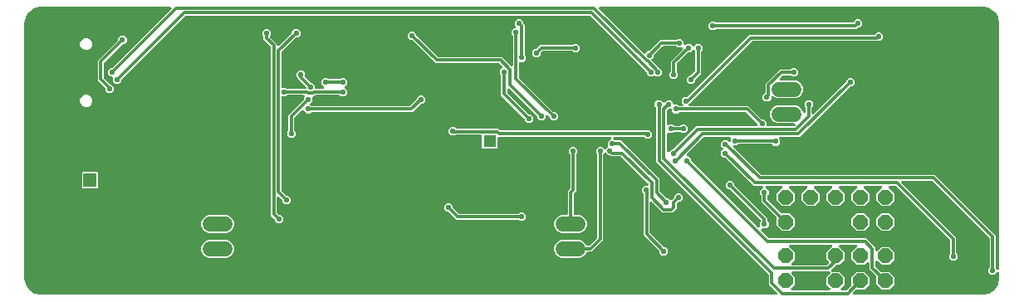
<source format=gbr>
G04 EAGLE Gerber RS-274X export*
G75*
%MOMM*%
%FSLAX34Y34*%
%LPD*%
%INBottom Copper*%
%IPPOS*%
%AMOC8*
5,1,8,0,0,1.08239X$1,22.5*%
G01*
G04 Define Apertures*
%ADD10P,1.64956X8X22.5*%
%ADD11C,1.300000*%
%ADD12R,1.300000X1.300000*%
%ADD13C,1.625000*%
%ADD14C,1.524000*%
%ADD15R,1.350000X1.350000*%
%ADD16C,1.350000*%
%ADD17C,0.550000*%
%ADD18C,0.304800*%
G36*
X769605Y3121D02*
X769010Y3000D01*
X20000Y3000D01*
X19703Y3029D01*
X13780Y4207D01*
X13231Y4435D01*
X8210Y7790D01*
X7790Y8210D01*
X4435Y13231D01*
X4207Y13780D01*
X3029Y19703D01*
X3000Y20000D01*
X3000Y280000D01*
X3029Y280297D01*
X4207Y286220D01*
X4435Y286769D01*
X7790Y291790D01*
X8210Y292210D01*
X13231Y295565D01*
X13780Y295793D01*
X19703Y296971D01*
X20000Y297000D01*
X151510Y297000D01*
X152037Y296906D01*
X152553Y296587D01*
X152904Y296093D01*
X153034Y295500D01*
X152923Y294904D01*
X152588Y294398D01*
X92910Y234720D01*
X92427Y234395D01*
X91832Y234274D01*
X90730Y234274D01*
X88226Y231770D01*
X88226Y228230D01*
X90730Y225726D01*
X91702Y225726D01*
X92251Y225624D01*
X92762Y225297D01*
X93105Y224796D01*
X93226Y224202D01*
X93226Y220730D01*
X95730Y218226D01*
X99270Y218226D01*
X101774Y220730D01*
X101774Y221832D01*
X101885Y222404D01*
X102220Y222910D01*
X166720Y287410D01*
X167203Y287735D01*
X167798Y287856D01*
X579010Y287856D01*
X579582Y287745D01*
X580088Y287410D01*
X637088Y230410D01*
X637413Y229927D01*
X637534Y229332D01*
X637534Y228230D01*
X640038Y225726D01*
X643578Y225726D01*
X644242Y226390D01*
X644703Y226706D01*
X645296Y226836D01*
X645892Y226725D01*
X646398Y226390D01*
X647062Y225726D01*
X650602Y225726D01*
X653106Y228230D01*
X653106Y231770D01*
X650585Y234292D01*
X650103Y234385D01*
X649598Y234720D01*
X642509Y241809D01*
X642193Y242270D01*
X642063Y242863D01*
X642174Y243459D01*
X642509Y243965D01*
X644274Y245730D01*
X644274Y246832D01*
X644385Y247404D01*
X644720Y247910D01*
X653316Y256506D01*
X653799Y256831D01*
X654394Y256952D01*
X666872Y256952D01*
X667444Y256841D01*
X667950Y256506D01*
X668730Y255726D01*
X672736Y255726D01*
X673263Y255632D01*
X673779Y255313D01*
X674130Y254819D01*
X674260Y254226D01*
X674149Y253630D01*
X673814Y253124D01*
X661952Y241263D01*
X661952Y231128D01*
X661841Y230556D01*
X661506Y230050D01*
X660726Y229270D01*
X660726Y225730D01*
X663230Y223226D01*
X666770Y223226D01*
X669274Y225730D01*
X669274Y229270D01*
X668494Y230050D01*
X668169Y230533D01*
X668048Y231128D01*
X668048Y238106D01*
X668159Y238678D01*
X668494Y239184D01*
X679590Y250280D01*
X680073Y250605D01*
X680668Y250726D01*
X681770Y250726D01*
X683922Y252878D01*
X684383Y253194D01*
X684976Y253324D01*
X685572Y253213D01*
X686078Y252878D01*
X686506Y252450D01*
X686831Y251967D01*
X686952Y251372D01*
X686952Y231894D01*
X686841Y231322D01*
X686506Y230816D01*
X682910Y227220D01*
X682427Y226895D01*
X681832Y226774D01*
X680730Y226774D01*
X678226Y224270D01*
X678226Y220730D01*
X680730Y218226D01*
X684270Y218226D01*
X686774Y220730D01*
X686774Y221832D01*
X686885Y222404D01*
X687220Y222910D01*
X693048Y228737D01*
X693048Y251372D01*
X693159Y251944D01*
X693494Y252450D01*
X694274Y253230D01*
X694274Y256770D01*
X691770Y259274D01*
X688230Y259274D01*
X686078Y257122D01*
X685617Y256806D01*
X685024Y256676D01*
X684428Y256787D01*
X683922Y257122D01*
X681770Y259274D01*
X678230Y259274D01*
X677376Y258420D01*
X676937Y258114D01*
X676347Y257974D01*
X675749Y258076D01*
X675238Y258403D01*
X674895Y258903D01*
X674774Y259498D01*
X674774Y261770D01*
X672270Y264274D01*
X668730Y264274D01*
X667950Y263494D01*
X667467Y263169D01*
X666872Y263048D01*
X651237Y263048D01*
X640410Y252220D01*
X639927Y251895D01*
X639332Y251774D01*
X638230Y251774D01*
X636111Y249655D01*
X635650Y249339D01*
X635058Y249209D01*
X634461Y249320D01*
X633956Y249655D01*
X589213Y294398D01*
X588907Y294837D01*
X588767Y295427D01*
X588869Y296025D01*
X589196Y296536D01*
X589696Y296879D01*
X590290Y297000D01*
X980000Y297000D01*
X980297Y296971D01*
X986220Y295793D01*
X986769Y295565D01*
X991790Y292210D01*
X992210Y291790D01*
X995565Y286769D01*
X995793Y286220D01*
X996971Y280297D01*
X997000Y280000D01*
X997000Y30224D01*
X996906Y29697D01*
X996587Y29181D01*
X996093Y28830D01*
X995500Y28700D01*
X994904Y28811D01*
X994398Y29146D01*
X993494Y30050D01*
X993169Y30533D01*
X993048Y31128D01*
X993048Y63763D01*
X931263Y125548D01*
X754394Y125548D01*
X753822Y125659D01*
X753316Y125994D01*
X726186Y153124D01*
X725880Y153563D01*
X725741Y154153D01*
X725842Y154751D01*
X726169Y155262D01*
X726669Y155605D01*
X727264Y155726D01*
X729270Y155726D01*
X730050Y156506D01*
X730533Y156831D01*
X731128Y156952D01*
X764872Y156952D01*
X765444Y156841D01*
X765950Y156506D01*
X767230Y155226D01*
X770770Y155226D01*
X773274Y157730D01*
X773274Y161270D01*
X773064Y161480D01*
X772758Y161919D01*
X772618Y162509D01*
X772720Y163107D01*
X773047Y163618D01*
X773547Y163961D01*
X774142Y164082D01*
X793393Y164082D01*
X844590Y215280D01*
X845073Y215605D01*
X845668Y215726D01*
X846770Y215726D01*
X849274Y218230D01*
X849274Y221770D01*
X846770Y224274D01*
X843230Y224274D01*
X840726Y221770D01*
X840726Y220668D01*
X840615Y220096D01*
X840280Y219590D01*
X808150Y187460D01*
X807711Y187154D01*
X807121Y187015D01*
X806523Y187116D01*
X806012Y187443D01*
X805669Y187943D01*
X805548Y188538D01*
X805548Y193872D01*
X805659Y194444D01*
X805994Y194950D01*
X806774Y195730D01*
X806774Y199270D01*
X804270Y201774D01*
X800730Y201774D01*
X798226Y199270D01*
X798226Y195730D01*
X799006Y194950D01*
X799331Y194467D01*
X799452Y193872D01*
X799452Y190291D01*
X799362Y189776D01*
X799048Y189257D01*
X798556Y188902D01*
X797964Y188768D01*
X797367Y188874D01*
X796859Y189205D01*
X796520Y189708D01*
X795372Y192480D01*
X792800Y195052D01*
X789439Y196444D01*
X770561Y196444D01*
X767200Y195052D01*
X764628Y192480D01*
X763236Y189119D01*
X763236Y185481D01*
X764628Y182120D01*
X767200Y179548D01*
X770561Y178156D01*
X787666Y178156D01*
X788193Y178062D01*
X788709Y177743D01*
X789060Y177249D01*
X789190Y176656D01*
X789079Y176060D01*
X788744Y175554D01*
X788386Y175196D01*
X787903Y174871D01*
X787308Y174750D01*
X760798Y174750D01*
X760249Y174852D01*
X759738Y175179D01*
X759395Y175680D01*
X759274Y176274D01*
X759274Y179270D01*
X756770Y181774D01*
X755668Y181774D01*
X755096Y181885D01*
X754590Y182220D01*
X741263Y195548D01*
X681836Y195548D01*
X681309Y195642D01*
X680793Y195961D01*
X680442Y196455D01*
X680312Y197048D01*
X680423Y197644D01*
X680758Y198150D01*
X744114Y261506D01*
X744597Y261831D01*
X745192Y261952D01*
X873798Y261952D01*
X874173Y262205D01*
X874768Y262326D01*
X875870Y262326D01*
X878374Y264830D01*
X878374Y268370D01*
X875870Y270874D01*
X872330Y270874D01*
X869950Y268494D01*
X869467Y268169D01*
X868872Y268048D01*
X742035Y268048D01*
X679604Y205617D01*
X679121Y205291D01*
X678527Y205170D01*
X675631Y205170D01*
X673128Y202667D01*
X673128Y199126D01*
X674104Y198150D01*
X674410Y197711D01*
X674550Y197121D01*
X674448Y196523D01*
X674121Y196012D01*
X673621Y195669D01*
X673026Y195548D01*
X671128Y195548D01*
X670556Y195659D01*
X670050Y195994D01*
X669270Y196774D01*
X665798Y196774D01*
X665249Y196876D01*
X664738Y197203D01*
X664395Y197704D01*
X664274Y198298D01*
X664274Y199270D01*
X661770Y201774D01*
X658230Y201774D01*
X656078Y199622D01*
X655617Y199306D01*
X655024Y199176D01*
X654428Y199287D01*
X653922Y199622D01*
X651770Y201774D01*
X648230Y201774D01*
X645726Y199270D01*
X645726Y195730D01*
X646506Y194950D01*
X646831Y194467D01*
X646952Y193872D01*
X646952Y138737D01*
X761506Y24184D01*
X761831Y23701D01*
X761952Y23106D01*
X761952Y13737D01*
X770088Y5602D01*
X770394Y5163D01*
X770533Y4573D01*
X770432Y3975D01*
X770105Y3464D01*
X769605Y3121D01*
G37*
%LPC*%
G36*
X703230Y273226D02*
X706770Y273226D01*
X707550Y274006D01*
X708033Y274331D01*
X708628Y274452D01*
X851263Y274452D01*
X852090Y275280D01*
X852573Y275605D01*
X853168Y275726D01*
X854270Y275726D01*
X856774Y278230D01*
X856774Y281770D01*
X854270Y284274D01*
X850730Y284274D01*
X848157Y281701D01*
X848124Y281523D01*
X847797Y281012D01*
X847296Y280669D01*
X846702Y280548D01*
X708628Y280548D01*
X708056Y280659D01*
X707550Y280994D01*
X706770Y281774D01*
X703230Y281774D01*
X700726Y279270D01*
X700726Y275730D01*
X703230Y273226D01*
G37*
G36*
X515730Y178226D02*
X519270Y178226D01*
X521774Y180730D01*
X521774Y184270D01*
X519270Y186774D01*
X518168Y186774D01*
X517596Y186885D01*
X517090Y187220D01*
X495595Y208715D01*
X495270Y209198D01*
X495149Y209793D01*
X495149Y211861D01*
X495243Y212388D01*
X495562Y212904D01*
X496056Y213255D01*
X496649Y213385D01*
X497245Y213274D01*
X497751Y212939D01*
X525280Y185410D01*
X525605Y184927D01*
X525726Y184332D01*
X525726Y183230D01*
X528230Y180726D01*
X531770Y180726D01*
X534274Y183230D01*
X534274Y185236D01*
X534368Y185763D01*
X534687Y186279D01*
X535181Y186630D01*
X535774Y186760D01*
X536370Y186649D01*
X536876Y186314D01*
X537780Y185410D01*
X538105Y184927D01*
X538226Y184332D01*
X538226Y183230D01*
X540730Y180726D01*
X544270Y180726D01*
X546774Y183230D01*
X546774Y186770D01*
X544270Y189274D01*
X543168Y189274D01*
X542596Y189385D01*
X542090Y189720D01*
X507696Y224114D01*
X507371Y224597D01*
X507250Y225192D01*
X507250Y239202D01*
X507352Y239751D01*
X507679Y240262D01*
X508180Y240605D01*
X508774Y240726D01*
X511770Y240726D01*
X514274Y243230D01*
X514274Y246770D01*
X513494Y247550D01*
X513169Y248033D01*
X513048Y248628D01*
X513048Y278763D01*
X512220Y279590D01*
X511895Y280073D01*
X511774Y280668D01*
X511774Y281770D01*
X509270Y284274D01*
X505730Y284274D01*
X503226Y281770D01*
X503226Y278230D01*
X503782Y277674D01*
X504088Y277235D01*
X504228Y276645D01*
X504126Y276047D01*
X503799Y275536D01*
X503299Y275193D01*
X502704Y275072D01*
X502432Y275072D01*
X499928Y272568D01*
X499928Y269028D01*
X500708Y268248D01*
X501033Y267765D01*
X501154Y267170D01*
X501154Y237681D01*
X501060Y237154D01*
X500741Y236638D01*
X500247Y236287D01*
X499654Y236157D01*
X499058Y236268D01*
X498552Y236603D01*
X489608Y245548D01*
X425199Y245548D01*
X424627Y245659D01*
X424121Y245994D01*
X403025Y267090D01*
X402700Y267573D01*
X402579Y268168D01*
X402579Y269270D01*
X400075Y271774D01*
X396535Y271774D01*
X394031Y269270D01*
X394031Y265730D01*
X396535Y263226D01*
X397637Y263226D01*
X398209Y263115D01*
X398715Y262780D01*
X422042Y239452D01*
X486451Y239452D01*
X487023Y239341D01*
X487529Y239006D01*
X489946Y236589D01*
X490262Y236128D01*
X490392Y235535D01*
X490281Y234939D01*
X489946Y234434D01*
X487827Y232315D01*
X487827Y228774D01*
X488607Y227994D01*
X488932Y227511D01*
X489053Y226917D01*
X489053Y206636D01*
X512780Y182910D01*
X513105Y182427D01*
X513226Y181832D01*
X513226Y180730D01*
X515730Y178226D01*
G37*
G36*
X260730Y75726D02*
X264270Y75726D01*
X266774Y78230D01*
X266774Y81770D01*
X264270Y84274D01*
X263168Y84274D01*
X262596Y84385D01*
X262090Y84720D01*
X260624Y86186D01*
X260299Y86669D01*
X260178Y87264D01*
X260178Y101832D01*
X260272Y102359D01*
X260591Y102875D01*
X261085Y103226D01*
X261678Y103356D01*
X262274Y103245D01*
X262780Y102910D01*
X265280Y100410D01*
X265605Y99927D01*
X265726Y99332D01*
X265726Y98230D01*
X268230Y95726D01*
X271770Y95726D01*
X274274Y98230D01*
X274274Y101770D01*
X271770Y104274D01*
X270668Y104274D01*
X270096Y104385D01*
X269590Y104720D01*
X265196Y109114D01*
X264871Y109597D01*
X264750Y110192D01*
X264750Y204202D01*
X264852Y204751D01*
X265179Y205262D01*
X265680Y205605D01*
X266274Y205726D01*
X269270Y205726D01*
X270050Y206506D01*
X270533Y206831D01*
X271128Y206952D01*
X287228Y206952D01*
X287755Y206858D01*
X288271Y206539D01*
X288622Y206045D01*
X288752Y205452D01*
X288641Y204856D01*
X288306Y204350D01*
X288226Y204270D01*
X288226Y203168D01*
X288115Y202596D01*
X287780Y202090D01*
X271952Y186263D01*
X271952Y171128D01*
X271841Y170556D01*
X271506Y170050D01*
X270726Y169270D01*
X270726Y165730D01*
X273230Y163226D01*
X276770Y163226D01*
X279274Y165730D01*
X279274Y169270D01*
X278494Y170050D01*
X278169Y170533D01*
X278048Y171128D01*
X278048Y183106D01*
X278159Y183678D01*
X278494Y184184D01*
X285624Y191314D01*
X286063Y191620D01*
X286653Y191759D01*
X287251Y191658D01*
X287762Y191331D01*
X288062Y190893D01*
X290730Y188226D01*
X294270Y188226D01*
X295050Y189006D01*
X295533Y189331D01*
X296128Y189452D01*
X398763Y189452D01*
X407090Y197780D01*
X407573Y198105D01*
X408168Y198226D01*
X409270Y198226D01*
X411774Y200730D01*
X411774Y204270D01*
X409270Y206774D01*
X405730Y206774D01*
X403226Y204270D01*
X403226Y203168D01*
X403115Y202596D01*
X402780Y202090D01*
X396684Y195994D01*
X396201Y195669D01*
X395606Y195548D01*
X296128Y195548D01*
X295556Y195659D01*
X295050Y195994D01*
X294622Y196422D01*
X294306Y196883D01*
X294176Y197476D01*
X294287Y198072D01*
X294622Y198578D01*
X296774Y200730D01*
X296774Y204630D01*
X296876Y205179D01*
X297203Y205690D01*
X297704Y206033D01*
X298298Y206154D01*
X298664Y206154D01*
X299016Y206506D01*
X299499Y206831D01*
X300093Y206952D01*
X323872Y206952D01*
X324444Y206841D01*
X324950Y206506D01*
X325730Y205726D01*
X329270Y205726D01*
X331774Y208230D01*
X331774Y211770D01*
X329622Y213922D01*
X329306Y214383D01*
X329176Y214976D01*
X329287Y215572D01*
X329622Y216078D01*
X331774Y218230D01*
X331774Y221770D01*
X329270Y224274D01*
X325730Y224274D01*
X324950Y223494D01*
X324467Y223169D01*
X323872Y223048D01*
X313628Y223048D01*
X313056Y223159D01*
X312550Y223494D01*
X311770Y224274D01*
X308230Y224274D01*
X305726Y221770D01*
X305726Y218230D01*
X308306Y215650D01*
X308612Y215211D01*
X308752Y214621D01*
X308650Y214023D01*
X308323Y213512D01*
X307823Y213169D01*
X307228Y213048D01*
X300798Y213048D01*
X300249Y213150D01*
X299738Y213477D01*
X299395Y213978D01*
X299274Y214572D01*
X299274Y216770D01*
X296770Y219274D01*
X295668Y219274D01*
X295096Y219385D01*
X294590Y219720D01*
X289720Y224590D01*
X289395Y225073D01*
X289274Y225668D01*
X289274Y229270D01*
X286770Y231774D01*
X283230Y231774D01*
X280726Y229270D01*
X280726Y225730D01*
X281506Y224950D01*
X281831Y224467D01*
X281952Y223872D01*
X281952Y223737D01*
X290040Y215650D01*
X290346Y215211D01*
X290485Y214621D01*
X290384Y214023D01*
X290057Y213512D01*
X289557Y213169D01*
X288962Y213048D01*
X271128Y213048D01*
X270556Y213159D01*
X270050Y213494D01*
X269270Y214274D01*
X266274Y214274D01*
X265725Y214376D01*
X265214Y214703D01*
X264871Y215204D01*
X264750Y215798D01*
X264750Y250043D01*
X264861Y250615D01*
X265196Y251121D01*
X279590Y265515D01*
X280073Y265840D01*
X280668Y265961D01*
X281770Y265961D01*
X284274Y268465D01*
X284274Y272005D01*
X281770Y274509D01*
X278230Y274509D01*
X275726Y272005D01*
X275726Y270903D01*
X275615Y270331D01*
X275280Y269825D01*
X262780Y257325D01*
X262341Y257019D01*
X261751Y256880D01*
X261153Y256981D01*
X260642Y257308D01*
X260299Y257808D01*
X260178Y258403D01*
X260178Y259133D01*
X257946Y261364D01*
X253638Y265673D01*
X253322Y266134D01*
X253191Y266726D01*
X253303Y267323D01*
X253638Y267828D01*
X254274Y268465D01*
X254274Y272005D01*
X251770Y274509D01*
X248230Y274509D01*
X245726Y272005D01*
X245726Y268465D01*
X246506Y267685D01*
X246831Y267202D01*
X246952Y266607D01*
X246952Y263737D01*
X253636Y257054D01*
X253961Y256571D01*
X254082Y255976D01*
X254082Y84107D01*
X257780Y80410D01*
X258105Y79927D01*
X258226Y79332D01*
X258226Y78230D01*
X260730Y75726D01*
G37*
G36*
X88230Y208726D02*
X91770Y208726D01*
X94274Y211230D01*
X94274Y214770D01*
X91770Y217274D01*
X91668Y217274D01*
X91096Y217385D01*
X90590Y217720D01*
X84494Y223816D01*
X84169Y224299D01*
X84048Y224894D01*
X84048Y239106D01*
X84159Y239678D01*
X84494Y240184D01*
X102590Y258280D01*
X103073Y258605D01*
X103668Y258726D01*
X104770Y258726D01*
X107274Y261230D01*
X107274Y264770D01*
X104770Y267274D01*
X101230Y267274D01*
X98726Y264770D01*
X98726Y263668D01*
X98615Y263096D01*
X98280Y262590D01*
X77952Y242263D01*
X77952Y221737D01*
X85280Y214410D01*
X85605Y213927D01*
X85726Y213332D01*
X85726Y211230D01*
X88230Y208726D01*
G37*
G36*
X64787Y252650D02*
X67273Y252650D01*
X69570Y253602D01*
X71328Y255360D01*
X72280Y257657D01*
X72280Y260143D01*
X71328Y262440D01*
X69570Y264198D01*
X67273Y265150D01*
X64787Y265150D01*
X62490Y264198D01*
X60732Y262440D01*
X59780Y260143D01*
X59780Y257657D01*
X60732Y255360D01*
X62490Y253602D01*
X64787Y252650D01*
G37*
G36*
X523230Y245726D02*
X526770Y245726D01*
X529274Y248230D01*
X529274Y249332D01*
X529385Y249904D01*
X529720Y250410D01*
X530816Y251506D01*
X531299Y251831D01*
X531894Y251952D01*
X561372Y251952D01*
X561944Y251841D01*
X562450Y251506D01*
X563230Y250726D01*
X566770Y250726D01*
X569274Y253230D01*
X569274Y256770D01*
X566770Y259274D01*
X563230Y259274D01*
X562450Y258494D01*
X561967Y258169D01*
X561372Y258048D01*
X528737Y258048D01*
X525410Y254720D01*
X524927Y254395D01*
X524332Y254274D01*
X523230Y254274D01*
X520726Y251770D01*
X520726Y248230D01*
X523230Y245726D01*
G37*
G36*
X758230Y200726D02*
X761770Y200726D01*
X764274Y203230D01*
X764274Y204195D01*
X764368Y204722D01*
X764687Y205238D01*
X765181Y205589D01*
X765774Y205719D01*
X766370Y205608D01*
X766876Y205273D01*
X767200Y204948D01*
X770561Y203556D01*
X789439Y203556D01*
X792800Y204948D01*
X795372Y207520D01*
X796764Y210881D01*
X796764Y214519D01*
X795372Y217880D01*
X792800Y220452D01*
X789439Y221844D01*
X774427Y221844D01*
X773900Y221938D01*
X773384Y222257D01*
X773033Y222751D01*
X772903Y223344D01*
X773014Y223940D01*
X773349Y224446D01*
X775409Y226506D01*
X775893Y226831D01*
X776487Y226952D01*
X783872Y226952D01*
X784444Y226841D01*
X784950Y226506D01*
X785730Y225726D01*
X789270Y225726D01*
X791774Y228230D01*
X791774Y231770D01*
X789270Y234274D01*
X785730Y234274D01*
X784950Y233494D01*
X784467Y233169D01*
X783872Y233048D01*
X773331Y233048D01*
X758664Y218381D01*
X758664Y210340D01*
X758553Y209768D01*
X758218Y209262D01*
X755726Y206770D01*
X755726Y203230D01*
X758230Y200726D01*
G37*
G36*
X64787Y194850D02*
X67273Y194850D01*
X69570Y195802D01*
X71328Y197560D01*
X72280Y199857D01*
X72280Y202343D01*
X71328Y204640D01*
X69570Y206398D01*
X67273Y207350D01*
X64787Y207350D01*
X62490Y206398D01*
X60732Y204640D01*
X59780Y202343D01*
X59780Y199857D01*
X60732Y197560D01*
X62490Y195802D01*
X64787Y194850D01*
G37*
G36*
X550561Y40856D02*
X569439Y40856D01*
X572800Y42248D01*
X575372Y44820D01*
X575865Y46011D01*
X576179Y46488D01*
X576679Y46831D01*
X577273Y46952D01*
X581263Y46952D01*
X593048Y58737D01*
X593048Y145872D01*
X593159Y146444D01*
X593494Y146950D01*
X594172Y147628D01*
X594633Y147944D01*
X595226Y148074D01*
X595822Y147963D01*
X596328Y147628D01*
X598230Y145726D01*
X599332Y145726D01*
X599904Y145615D01*
X600410Y145280D01*
X601237Y144452D01*
X610606Y144452D01*
X611178Y144341D01*
X611684Y144006D01*
X638814Y116876D01*
X639120Y116437D01*
X639259Y115847D01*
X639158Y115249D01*
X638831Y114738D01*
X638331Y114395D01*
X637736Y114274D01*
X634932Y114274D01*
X632428Y111770D01*
X632428Y108230D01*
X634006Y106652D01*
X634331Y106169D01*
X634452Y105574D01*
X634452Y63737D01*
X650280Y47910D01*
X650605Y47427D01*
X650726Y46832D01*
X650726Y45730D01*
X653230Y43226D01*
X656770Y43226D01*
X659274Y45730D01*
X659274Y49270D01*
X656770Y51774D01*
X655668Y51774D01*
X655096Y51885D01*
X654590Y52220D01*
X640994Y65816D01*
X640669Y66299D01*
X640548Y66894D01*
X640548Y96462D01*
X640642Y96989D01*
X640961Y97505D01*
X641455Y97856D01*
X642048Y97986D01*
X642644Y97875D01*
X643150Y97540D01*
X653737Y86952D01*
X663763Y86952D01*
X668048Y91237D01*
X668048Y95606D01*
X668159Y96178D01*
X668494Y96684D01*
X669590Y97780D01*
X670073Y98105D01*
X670668Y98226D01*
X671770Y98226D01*
X674274Y100730D01*
X674274Y104270D01*
X671770Y106774D01*
X668230Y106774D01*
X665726Y104270D01*
X665726Y103168D01*
X665615Y102596D01*
X665280Y102090D01*
X663195Y100005D01*
X662734Y99689D01*
X662141Y99559D01*
X661545Y99670D01*
X661039Y100005D01*
X659270Y101774D01*
X658168Y101774D01*
X657596Y101885D01*
X657090Y102220D01*
X650994Y108316D01*
X650669Y108799D01*
X650548Y109394D01*
X650548Y121263D01*
X611263Y160548D01*
X605758Y160548D01*
X605186Y160659D01*
X604680Y160994D01*
X603824Y161850D01*
X603518Y162289D01*
X603378Y162879D01*
X603480Y163477D01*
X603807Y163988D01*
X604307Y164331D01*
X604902Y164452D01*
X633872Y164452D01*
X634444Y164341D01*
X634950Y164006D01*
X636528Y162428D01*
X640068Y162428D01*
X642572Y164932D01*
X642572Y168472D01*
X640068Y170976D01*
X636519Y170976D01*
X636063Y170669D01*
X635468Y170548D01*
X489204Y170548D01*
X488632Y170659D01*
X488127Y170994D01*
X486525Y172596D01*
X444080Y172596D01*
X443508Y172707D01*
X443002Y173042D01*
X441770Y174274D01*
X438230Y174274D01*
X435726Y171770D01*
X435726Y168230D01*
X438230Y165726D01*
X441770Y165726D01*
X442098Y166054D01*
X442581Y166379D01*
X443176Y166500D01*
X467952Y166500D01*
X468501Y166398D01*
X469012Y166071D01*
X469355Y165570D01*
X469476Y164976D01*
X469476Y152869D01*
X470369Y151976D01*
X484631Y151976D01*
X485524Y152869D01*
X485524Y162928D01*
X485626Y163477D01*
X485953Y163988D01*
X486454Y164331D01*
X487048Y164452D01*
X600098Y164452D01*
X600625Y164358D01*
X601141Y164039D01*
X601492Y163545D01*
X601622Y162952D01*
X601511Y162356D01*
X601176Y161850D01*
X598226Y158900D01*
X598226Y154902D01*
X598115Y154330D01*
X597780Y153824D01*
X595828Y151872D01*
X595367Y151556D01*
X594774Y151426D01*
X594178Y151537D01*
X593672Y151872D01*
X591770Y153774D01*
X588230Y153774D01*
X585726Y151270D01*
X585726Y147730D01*
X586506Y146950D01*
X586831Y146467D01*
X586952Y145872D01*
X586952Y61894D01*
X586841Y61322D01*
X586506Y60816D01*
X579184Y53494D01*
X578701Y53169D01*
X578106Y53048D01*
X577273Y53048D01*
X576713Y53155D01*
X576204Y53486D01*
X575865Y53989D01*
X575372Y55180D01*
X572800Y57752D01*
X569439Y59144D01*
X550561Y59144D01*
X547200Y57752D01*
X544628Y55180D01*
X543236Y51819D01*
X543236Y48181D01*
X544628Y44820D01*
X547200Y42248D01*
X550561Y40856D01*
G37*
G36*
X550561Y66256D02*
X569439Y66256D01*
X572800Y67648D01*
X575372Y70220D01*
X576764Y73581D01*
X576764Y77219D01*
X575372Y80580D01*
X572800Y83152D01*
X569439Y84544D01*
X564572Y84544D01*
X564023Y84646D01*
X563512Y84973D01*
X563169Y85474D01*
X563048Y86068D01*
X563048Y105606D01*
X563159Y106178D01*
X563494Y106684D01*
X565548Y108737D01*
X565548Y146372D01*
X565659Y146944D01*
X565994Y147450D01*
X566774Y148230D01*
X566774Y151770D01*
X564270Y154274D01*
X560730Y154274D01*
X558226Y151770D01*
X558226Y148230D01*
X559006Y147450D01*
X559331Y146967D01*
X559452Y146372D01*
X559452Y111894D01*
X559341Y111322D01*
X559006Y110816D01*
X556952Y108763D01*
X556952Y86068D01*
X556850Y85519D01*
X556523Y85008D01*
X556022Y84665D01*
X555428Y84544D01*
X550561Y84544D01*
X547200Y83152D01*
X544628Y80580D01*
X543236Y77219D01*
X543236Y73581D01*
X544628Y70220D01*
X547200Y67648D01*
X550561Y66256D01*
G37*
G36*
X62619Y111726D02*
X77381Y111726D01*
X78274Y112619D01*
X78274Y127381D01*
X77381Y128274D01*
X62619Y128274D01*
X61726Y127381D01*
X61726Y112619D01*
X62619Y111726D01*
G37*
G36*
X508230Y78226D02*
X511770Y78226D01*
X514274Y80730D01*
X514274Y84270D01*
X511770Y86774D01*
X508230Y86774D01*
X507450Y85994D01*
X506967Y85669D01*
X506372Y85548D01*
X446894Y85548D01*
X446322Y85659D01*
X445816Y85994D01*
X439720Y92090D01*
X439395Y92573D01*
X439274Y93168D01*
X439274Y94270D01*
X436770Y96774D01*
X433230Y96774D01*
X430726Y94270D01*
X430726Y90730D01*
X433230Y88226D01*
X434332Y88226D01*
X434904Y88115D01*
X435410Y87780D01*
X443737Y79452D01*
X506372Y79452D01*
X506944Y79341D01*
X507450Y79006D01*
X508230Y78226D01*
G37*
G36*
X190561Y66256D02*
X209439Y66256D01*
X212800Y67648D01*
X215372Y70220D01*
X216764Y73581D01*
X216764Y77219D01*
X215372Y80580D01*
X212800Y83152D01*
X209439Y84544D01*
X190561Y84544D01*
X187200Y83152D01*
X184628Y80580D01*
X183236Y77219D01*
X183236Y73581D01*
X184628Y70220D01*
X187200Y67648D01*
X190561Y66256D01*
G37*
G36*
X190561Y40856D02*
X209439Y40856D01*
X212800Y42248D01*
X215372Y44820D01*
X216764Y48181D01*
X216764Y51819D01*
X215372Y55180D01*
X212800Y57752D01*
X209439Y59144D01*
X190561Y59144D01*
X187200Y57752D01*
X184628Y55180D01*
X183236Y51819D01*
X183236Y48181D01*
X184628Y44820D01*
X187200Y42248D01*
X190561Y40856D01*
G37*
%LPD*%
G36*
X660211Y148888D02*
X659621Y148748D01*
X659023Y148850D01*
X658512Y149177D01*
X658169Y149677D01*
X658048Y150272D01*
X658048Y167228D01*
X658142Y167755D01*
X658461Y168271D01*
X658955Y168622D01*
X659548Y168752D01*
X660144Y168641D01*
X660650Y168306D01*
X660730Y168226D01*
X664270Y168226D01*
X665050Y169006D01*
X665533Y169331D01*
X666128Y169452D01*
X671372Y169452D01*
X671944Y169341D01*
X672450Y169006D01*
X673230Y168226D01*
X676770Y168226D01*
X679274Y170730D01*
X679274Y174270D01*
X676770Y176774D01*
X673230Y176774D01*
X672450Y175994D01*
X671967Y175669D01*
X671372Y175548D01*
X666128Y175548D01*
X665556Y175659D01*
X665050Y175994D01*
X664270Y176774D01*
X660730Y176774D01*
X660650Y176694D01*
X660211Y176388D01*
X659621Y176248D01*
X659023Y176350D01*
X658512Y176677D01*
X658169Y177177D01*
X658048Y177772D01*
X658048Y190606D01*
X658159Y191178D01*
X658494Y191684D01*
X659590Y192780D01*
X660073Y193105D01*
X660668Y193226D01*
X661702Y193226D01*
X662251Y193124D01*
X662762Y192797D01*
X663105Y192296D01*
X663226Y191702D01*
X663226Y190730D01*
X665730Y188226D01*
X669270Y188226D01*
X670050Y189006D01*
X670533Y189331D01*
X671128Y189452D01*
X738106Y189452D01*
X738678Y189341D01*
X739184Y189006D01*
X750280Y177910D01*
X750605Y177427D01*
X750726Y176832D01*
X750726Y176274D01*
X750624Y175725D01*
X750297Y175214D01*
X749796Y174871D01*
X749202Y174750D01*
X687939Y174750D01*
X665410Y152220D01*
X664927Y151895D01*
X664332Y151774D01*
X663230Y151774D01*
X660650Y149194D01*
X660211Y148888D01*
G37*
G36*
X980297Y3029D02*
X980000Y3000D01*
X849090Y3000D01*
X848563Y3094D01*
X848047Y3413D01*
X847696Y3907D01*
X847566Y4500D01*
X847677Y5096D01*
X848012Y5602D01*
X850120Y7710D01*
X850603Y8035D01*
X851198Y8156D01*
X859188Y8156D01*
X864544Y13512D01*
X864544Y21088D01*
X859188Y26444D01*
X851612Y26444D01*
X846256Y21088D01*
X846256Y13098D01*
X846145Y12526D01*
X845810Y12020D01*
X841808Y8018D01*
X841325Y7693D01*
X840730Y7572D01*
X836883Y7572D01*
X836356Y7666D01*
X835840Y7985D01*
X835489Y8479D01*
X835359Y9072D01*
X835470Y9668D01*
X835805Y10174D01*
X839144Y13512D01*
X839144Y21088D01*
X833788Y26444D01*
X826934Y26444D01*
X826407Y26538D01*
X825891Y26857D01*
X825540Y27351D01*
X825410Y27944D01*
X825521Y28540D01*
X825856Y29046D01*
X829920Y33110D01*
X830403Y33435D01*
X830998Y33556D01*
X833788Y33556D01*
X839144Y38912D01*
X839144Y46488D01*
X833781Y51850D01*
X833475Y52289D01*
X833336Y52879D01*
X833437Y53477D01*
X833764Y53988D01*
X834264Y54331D01*
X834859Y54452D01*
X850541Y54452D01*
X851068Y54358D01*
X851584Y54039D01*
X851935Y53545D01*
X852065Y52952D01*
X851954Y52356D01*
X851619Y51850D01*
X846256Y46488D01*
X846256Y38912D01*
X851612Y33556D01*
X859188Y33556D01*
X861850Y36219D01*
X862289Y36525D01*
X862879Y36664D01*
X863477Y36563D01*
X863988Y36236D01*
X864331Y35736D01*
X864452Y35141D01*
X864452Y29337D01*
X871210Y22580D01*
X871535Y22097D01*
X871656Y21502D01*
X871656Y13512D01*
X877012Y8156D01*
X884588Y8156D01*
X889944Y13512D01*
X889944Y21088D01*
X884588Y26444D01*
X876598Y26444D01*
X876026Y26555D01*
X875520Y26890D01*
X870994Y31416D01*
X870669Y31899D01*
X870548Y32494D01*
X870548Y36341D01*
X870642Y36868D01*
X870961Y37384D01*
X871455Y37735D01*
X872048Y37865D01*
X872644Y37754D01*
X873150Y37419D01*
X877012Y33556D01*
X884588Y33556D01*
X889944Y38912D01*
X889944Y46488D01*
X884588Y51844D01*
X877012Y51844D01*
X873150Y47981D01*
X872711Y47675D01*
X872121Y47536D01*
X871523Y47637D01*
X871012Y47964D01*
X870669Y48464D01*
X870548Y49059D01*
X870548Y51263D01*
X861263Y60548D01*
X762692Y60548D01*
X762120Y60659D01*
X761614Y60994D01*
X754484Y68124D01*
X754178Y68563D01*
X754039Y69153D01*
X754140Y69751D01*
X754467Y70262D01*
X754967Y70605D01*
X755562Y70726D01*
X759270Y70726D01*
X761774Y73230D01*
X761774Y76770D01*
X760994Y77550D01*
X760669Y78033D01*
X760548Y78628D01*
X760548Y81263D01*
X727220Y114590D01*
X726895Y115073D01*
X726774Y115668D01*
X726774Y116770D01*
X724270Y119274D01*
X720730Y119274D01*
X718226Y116770D01*
X718226Y113230D01*
X720730Y110726D01*
X721832Y110726D01*
X722404Y110615D01*
X722910Y110280D01*
X753745Y79445D01*
X754061Y78984D01*
X754191Y78391D01*
X754080Y77795D01*
X753745Y77289D01*
X753226Y76770D01*
X753226Y73062D01*
X753132Y72535D01*
X752813Y72019D01*
X752319Y71668D01*
X751726Y71538D01*
X751130Y71649D01*
X750624Y71984D01*
X683018Y139590D01*
X682693Y140073D01*
X682572Y140668D01*
X682572Y141770D01*
X680068Y144274D01*
X679764Y144274D01*
X679237Y144368D01*
X678721Y144687D01*
X678370Y145181D01*
X678240Y145774D01*
X678351Y146370D01*
X678686Y146876D01*
X695446Y163636D01*
X695929Y163961D01*
X696524Y164082D01*
X721858Y164082D01*
X722385Y163988D01*
X722901Y163669D01*
X723252Y163175D01*
X723382Y162582D01*
X723271Y161986D01*
X723226Y161918D01*
X723226Y160700D01*
X723132Y160173D01*
X722813Y159657D01*
X722319Y159306D01*
X721726Y159176D01*
X721130Y159287D01*
X720624Y159622D01*
X719270Y160976D01*
X715730Y160976D01*
X713226Y158472D01*
X713226Y154932D01*
X714979Y153179D01*
X715295Y152718D01*
X715425Y152125D01*
X715314Y151529D01*
X714979Y151023D01*
X713226Y149270D01*
X713226Y145730D01*
X715730Y143226D01*
X716832Y143226D01*
X717404Y143115D01*
X717910Y142780D01*
X746237Y114452D01*
X754728Y114452D01*
X755255Y114358D01*
X755771Y114039D01*
X756122Y113545D01*
X756252Y112952D01*
X756141Y112356D01*
X755806Y111850D01*
X753226Y109270D01*
X753226Y105730D01*
X754006Y104950D01*
X754331Y104467D01*
X754452Y103872D01*
X754452Y97737D01*
X769610Y82580D01*
X769935Y82097D01*
X770056Y81502D01*
X770056Y73512D01*
X775412Y68156D01*
X782988Y68156D01*
X788344Y73512D01*
X788344Y81088D01*
X782988Y86444D01*
X774998Y86444D01*
X774426Y86555D01*
X773920Y86890D01*
X760994Y99816D01*
X760669Y100299D01*
X760548Y100894D01*
X760548Y103872D01*
X760659Y104444D01*
X760994Y104950D01*
X761774Y105730D01*
X761774Y109270D01*
X759194Y111850D01*
X758888Y112289D01*
X758748Y112879D01*
X758850Y113477D01*
X759177Y113988D01*
X759677Y114331D01*
X760272Y114452D01*
X774341Y114452D01*
X774868Y114358D01*
X775384Y114039D01*
X775735Y113545D01*
X775865Y112952D01*
X775754Y112356D01*
X775419Y111850D01*
X770056Y106488D01*
X770056Y98912D01*
X775412Y93556D01*
X782988Y93556D01*
X788344Y98912D01*
X788344Y106488D01*
X782981Y111850D01*
X782675Y112289D01*
X782536Y112879D01*
X782637Y113477D01*
X782964Y113988D01*
X783464Y114331D01*
X784059Y114452D01*
X799741Y114452D01*
X800268Y114358D01*
X800784Y114039D01*
X801135Y113545D01*
X801265Y112952D01*
X801154Y112356D01*
X800819Y111850D01*
X795456Y106488D01*
X795456Y98912D01*
X800812Y93556D01*
X808388Y93556D01*
X813744Y98912D01*
X813744Y106488D01*
X808381Y111850D01*
X808075Y112289D01*
X807936Y112879D01*
X808037Y113477D01*
X808364Y113988D01*
X808864Y114331D01*
X809459Y114452D01*
X825141Y114452D01*
X825668Y114358D01*
X826184Y114039D01*
X826535Y113545D01*
X826665Y112952D01*
X826554Y112356D01*
X826219Y111850D01*
X820856Y106488D01*
X820856Y98912D01*
X826212Y93556D01*
X833788Y93556D01*
X839144Y98912D01*
X839144Y106488D01*
X833781Y111850D01*
X833475Y112289D01*
X833336Y112879D01*
X833437Y113477D01*
X833764Y113988D01*
X834264Y114331D01*
X834859Y114452D01*
X850541Y114452D01*
X851068Y114358D01*
X851584Y114039D01*
X851935Y113545D01*
X852065Y112952D01*
X851954Y112356D01*
X851619Y111850D01*
X846256Y106488D01*
X846256Y98912D01*
X851612Y93556D01*
X859188Y93556D01*
X864544Y98912D01*
X864544Y106488D01*
X859181Y111850D01*
X858875Y112289D01*
X858736Y112879D01*
X858837Y113477D01*
X859164Y113988D01*
X859664Y114331D01*
X860259Y114452D01*
X875941Y114452D01*
X876468Y114358D01*
X876984Y114039D01*
X877335Y113545D01*
X877465Y112952D01*
X877354Y112356D01*
X877019Y111850D01*
X871656Y106488D01*
X871656Y98912D01*
X877012Y93556D01*
X884588Y93556D01*
X889944Y98912D01*
X889944Y106488D01*
X884581Y111850D01*
X884275Y112289D01*
X884136Y112879D01*
X884237Y113477D01*
X884564Y113988D01*
X885064Y114331D01*
X885659Y114452D01*
X890606Y114452D01*
X891178Y114341D01*
X891684Y114006D01*
X946506Y59184D01*
X946831Y58701D01*
X946952Y58106D01*
X946952Y46128D01*
X946841Y45556D01*
X946506Y45050D01*
X945726Y44270D01*
X945726Y40730D01*
X948230Y38226D01*
X951770Y38226D01*
X954274Y40730D01*
X954274Y44270D01*
X953494Y45050D01*
X953169Y45533D01*
X953048Y46128D01*
X953048Y61263D01*
X897460Y116850D01*
X897154Y117289D01*
X897015Y117879D01*
X897116Y118477D01*
X897443Y118988D01*
X897943Y119331D01*
X898538Y119452D01*
X928106Y119452D01*
X928678Y119341D01*
X929184Y119006D01*
X986506Y61684D01*
X986831Y61201D01*
X986952Y60606D01*
X986952Y31128D01*
X986841Y30556D01*
X986506Y30050D01*
X985726Y29270D01*
X985726Y25730D01*
X988230Y23226D01*
X991770Y23226D01*
X994398Y25854D01*
X994837Y26160D01*
X995427Y26300D01*
X996025Y26198D01*
X996536Y25871D01*
X996879Y25371D01*
X997000Y24776D01*
X997000Y20000D01*
X996971Y19703D01*
X995793Y13780D01*
X995565Y13231D01*
X992210Y8210D01*
X991790Y7790D01*
X986769Y4435D01*
X986220Y4207D01*
X980297Y3029D01*
G37*
%LPC*%
G36*
X877012Y68156D02*
X884588Y68156D01*
X889944Y73512D01*
X889944Y81088D01*
X884588Y86444D01*
X877012Y86444D01*
X871656Y81088D01*
X871656Y73512D01*
X877012Y68156D01*
G37*
G36*
X851612Y68156D02*
X859188Y68156D01*
X864544Y73512D01*
X864544Y81088D01*
X859188Y86444D01*
X851612Y86444D01*
X846256Y81088D01*
X846256Y73512D01*
X851612Y68156D01*
G37*
%LPD*%
G36*
X821201Y33169D02*
X820606Y33048D01*
X786159Y33048D01*
X785632Y33142D01*
X785116Y33461D01*
X784765Y33955D01*
X784635Y34548D01*
X784746Y35144D01*
X785081Y35650D01*
X788344Y38912D01*
X788344Y46488D01*
X782981Y51850D01*
X782675Y52289D01*
X782536Y52879D01*
X782637Y53477D01*
X782964Y53988D01*
X783464Y54331D01*
X784059Y54452D01*
X825141Y54452D01*
X825668Y54358D01*
X826184Y54039D01*
X826535Y53545D01*
X826665Y52952D01*
X826554Y52356D01*
X826219Y51850D01*
X820856Y46488D01*
X820856Y38912D01*
X822901Y36867D01*
X823217Y36406D01*
X823348Y35814D01*
X823236Y35218D01*
X822901Y34712D01*
X821684Y33494D01*
X821201Y33169D01*
G37*
G36*
X823712Y7693D02*
X823117Y7572D01*
X786083Y7572D01*
X785556Y7666D01*
X785040Y7985D01*
X784689Y8479D01*
X784559Y9072D01*
X784670Y9668D01*
X785005Y10174D01*
X788344Y13512D01*
X788344Y21088D01*
X785081Y24350D01*
X784775Y24789D01*
X784636Y25379D01*
X784737Y25977D01*
X785064Y26488D01*
X785564Y26831D01*
X786159Y26952D01*
X823041Y26952D01*
X823568Y26858D01*
X824084Y26539D01*
X824435Y26045D01*
X824565Y25452D01*
X824454Y24856D01*
X824119Y24350D01*
X820856Y21088D01*
X820856Y13512D01*
X824195Y10174D01*
X824501Y9735D01*
X824640Y9145D01*
X824539Y8547D01*
X824212Y8036D01*
X823712Y7693D01*
G37*
D10*
X779200Y77300D03*
X779200Y102700D03*
X804600Y77300D03*
X804600Y102700D03*
X830000Y77300D03*
X830000Y102700D03*
X855400Y77300D03*
X855400Y102700D03*
X880800Y77300D03*
X880800Y102700D03*
D11*
X477500Y140000D03*
D12*
X477500Y160000D03*
D13*
X970000Y47100D03*
D14*
X207620Y75400D02*
X192380Y75400D01*
X192380Y50000D02*
X207620Y50000D01*
X207620Y24600D02*
X192380Y24600D01*
X552380Y75400D02*
X567620Y75400D01*
X567620Y50000D02*
X552380Y50000D01*
X552380Y24600D02*
X567620Y24600D01*
D10*
X779200Y17300D03*
X779200Y42700D03*
X804600Y17300D03*
X804600Y42700D03*
X830000Y17300D03*
X830000Y42700D03*
X855400Y17300D03*
X855400Y42700D03*
X880800Y17300D03*
X880800Y42700D03*
D14*
X787620Y187300D02*
X772380Y187300D01*
X772380Y212700D02*
X787620Y212700D01*
D15*
X70000Y120000D03*
D16*
X70000Y95000D03*
D17*
X380000Y180000D03*
X390000Y180000D03*
X380000Y170000D03*
X390000Y170000D03*
X300000Y140000D03*
X310000Y140000D03*
X220000Y130000D03*
X220000Y140000D03*
X280000Y240000D03*
X430000Y160000D03*
X620000Y210000D03*
X620000Y240000D03*
X710000Y210000D03*
X750000Y240000D03*
X690000Y180000D03*
X590000Y200000D03*
X750000Y290000D03*
X930000Y270000D03*
X930000Y250000D03*
X930000Y290000D03*
X650000Y20000D03*
X680000Y90000D03*
X640000Y150000D03*
X640000Y190000D03*
X950000Y160000D03*
X930000Y160000D03*
X80000Y150000D03*
X40000Y30000D03*
X350000Y270000D03*
X480000Y180000D03*
X160000Y190000D03*
X96000Y204000D03*
X820000Y90000D03*
X840000Y30000D03*
X710000Y10000D03*
X730000Y10000D03*
X610000Y40000D03*
X220000Y250000D03*
X230000Y250000D03*
X220000Y240000D03*
X230000Y240000D03*
X220000Y260000D03*
X230000Y260000D03*
X230000Y270000D03*
X110000Y60000D03*
X110000Y30000D03*
X110000Y20000D03*
X97500Y222500D03*
D18*
X165904Y290904D01*
D17*
X641808Y230000D03*
D18*
X580904Y290904D02*
X165904Y290904D01*
X580904Y290904D02*
X641808Y230000D01*
D17*
X92500Y230000D03*
D18*
X157976Y295476D01*
D17*
X648832Y230000D03*
D18*
X648832Y231176D01*
X638306Y241702D01*
X637598Y241702D01*
X583824Y295476D02*
X157976Y295476D01*
X583824Y295476D02*
X637598Y241702D01*
D17*
X90000Y213000D03*
D18*
X90000Y214000D01*
X81000Y223000D01*
X81000Y241000D01*
X103000Y263000D01*
D17*
X103000Y263000D03*
X727500Y160000D03*
D18*
X768500Y160000D01*
X769000Y159500D01*
D17*
X769000Y159500D03*
X530000Y185000D03*
D18*
X423305Y242500D02*
X398305Y267500D01*
D17*
X398305Y267500D03*
D18*
X757500Y99000D02*
X779200Y77300D01*
X757500Y99000D02*
X757500Y107500D01*
D17*
X757500Y107500D03*
X675000Y172500D03*
D18*
X662500Y172500D01*
D17*
X662500Y172500D03*
D18*
X530000Y185000D02*
X497899Y217101D01*
X497899Y232946D01*
X488345Y242500D01*
X423305Y242500D01*
X560000Y50000D02*
X580000Y50000D01*
X590000Y60000D01*
X590000Y149500D01*
D17*
X590000Y149500D03*
X640000Y247500D03*
D18*
X652500Y260000D01*
X670500Y260000D01*
D17*
X670500Y260000D03*
X852500Y280000D03*
D18*
X850000Y277500D01*
X705000Y277500D01*
D17*
X705000Y277500D03*
X660000Y197500D03*
D18*
X655000Y192500D01*
X655000Y142500D01*
X767500Y30000D01*
X822500Y30000D01*
X830000Y37500D01*
X830000Y42700D01*
D17*
X650000Y197500D03*
D18*
X650000Y140000D01*
X765000Y25000D01*
X765000Y15000D01*
X775476Y4524D01*
X842624Y4524D01*
X855400Y17300D01*
X655000Y47500D02*
X637500Y65000D01*
D17*
X655000Y47500D03*
X636702Y110000D03*
D18*
X637500Y109202D01*
X637500Y65000D01*
D17*
X562500Y150000D03*
D18*
X562500Y110000D01*
X560000Y107500D01*
X560000Y75400D01*
D17*
X717500Y147500D03*
D18*
X747500Y117500D01*
X892500Y117500D01*
X950000Y60000D01*
X950000Y42500D01*
D17*
X950000Y42500D03*
X722500Y115000D03*
D18*
X757500Y80000D01*
X757500Y75000D01*
D17*
X757500Y75000D03*
X845000Y220000D03*
X666702Y140000D03*
D18*
X667500Y140000D01*
X694630Y167130D01*
X792130Y167130D01*
X845000Y220000D01*
D17*
X760000Y205000D03*
X787500Y230000D03*
D18*
X761712Y206712D02*
X760000Y205000D01*
X761712Y206712D02*
X761712Y217119D01*
X774593Y230000D01*
X787500Y230000D01*
D17*
X665000Y147500D03*
D18*
X802500Y185000D02*
X802500Y197500D01*
D17*
X802500Y197500D03*
D18*
X689202Y171702D02*
X665000Y147500D01*
X689202Y171702D02*
X789202Y171702D01*
X802500Y185000D01*
D17*
X440000Y170000D03*
D18*
X485263Y169548D02*
X487311Y167500D01*
X440452Y169548D02*
X440000Y170000D01*
X440452Y169548D02*
X485263Y169548D01*
D17*
X638298Y166702D03*
D18*
X637500Y167500D01*
X487311Y167500D01*
D17*
X680000Y255000D03*
D18*
X665000Y240000D01*
X665000Y227500D01*
D17*
X665000Y227500D03*
X667500Y192500D03*
D18*
X740000Y192500D01*
X755000Y177500D01*
D17*
X755000Y177500D03*
X874100Y266600D03*
D18*
X872500Y265000D01*
X743298Y265000D01*
D17*
X677402Y200896D03*
D18*
X679194Y200896D02*
X743298Y265000D01*
X679194Y200896D02*
X677402Y200896D01*
D17*
X690000Y255000D03*
D18*
X690000Y230000D01*
X682500Y222500D01*
D17*
X682500Y222500D03*
D18*
X860000Y57500D02*
X867500Y50000D01*
X867500Y30600D01*
X880800Y17300D01*
D17*
X678298Y140000D03*
D18*
X760798Y57500D01*
X860000Y57500D01*
D17*
X657500Y97500D03*
D18*
X647500Y107500D01*
X647500Y120000D01*
X610000Y157500D01*
D17*
X602500Y157130D03*
D18*
X602870Y157500D01*
X610000Y157500D01*
D17*
X670000Y102500D03*
D18*
X665000Y97500D01*
X665000Y92500D01*
X662500Y90000D01*
X655000Y90000D01*
X642500Y102500D01*
X642500Y117500D01*
X612500Y147500D01*
X602500Y147500D01*
X600000Y150000D01*
D17*
X600000Y150000D03*
X517500Y182500D03*
X510000Y245000D03*
D18*
X510000Y277500D01*
X507500Y280000D01*
D17*
X507500Y280000D03*
X492101Y230544D03*
D18*
X492101Y207899D02*
X517500Y182500D01*
X492101Y207899D02*
X492101Y230544D01*
D17*
X435000Y92500D03*
D18*
X445000Y82500D01*
X510000Y82500D01*
D17*
X510000Y82500D03*
X542500Y185000D03*
D18*
X504202Y223298D01*
D17*
X504202Y270798D03*
D18*
X504202Y223298D01*
X752500Y122500D02*
X930000Y122500D01*
X990000Y62500D01*
X990000Y27500D01*
D17*
X990000Y27500D03*
X717500Y156702D03*
D18*
X718298Y156702D01*
X752500Y122500D01*
D17*
X310000Y220000D03*
D18*
X327500Y220000D01*
D17*
X327500Y220000D03*
X267500Y210000D03*
X327500Y210000D03*
D18*
X291800Y210000D02*
X267500Y210000D01*
X291800Y210000D02*
X292598Y209202D01*
X297402Y209202D01*
X298200Y210000D01*
X327500Y210000D01*
D17*
X292500Y192500D03*
D18*
X397500Y192500D01*
X407500Y202500D01*
D17*
X407500Y202500D03*
X280000Y270235D03*
X270000Y100000D03*
D18*
X261702Y251937D02*
X280000Y270235D01*
X261702Y251937D02*
X261702Y108298D01*
X270000Y100000D01*
D17*
X250000Y270235D03*
D18*
X250000Y265000D01*
D17*
X262500Y80000D03*
D18*
X257130Y257870D02*
X250000Y265000D01*
X257130Y257870D02*
X257130Y85370D01*
X262500Y80000D01*
D17*
X275000Y167500D03*
D18*
X275000Y185000D01*
X292500Y202500D01*
D17*
X292500Y202500D03*
X295000Y215000D03*
D18*
X285000Y225000D01*
X285000Y227500D01*
D17*
X285000Y227500D03*
X565000Y255000D03*
D18*
X530000Y255000D01*
X525000Y250000D01*
D17*
X525000Y250000D03*
M02*

</source>
